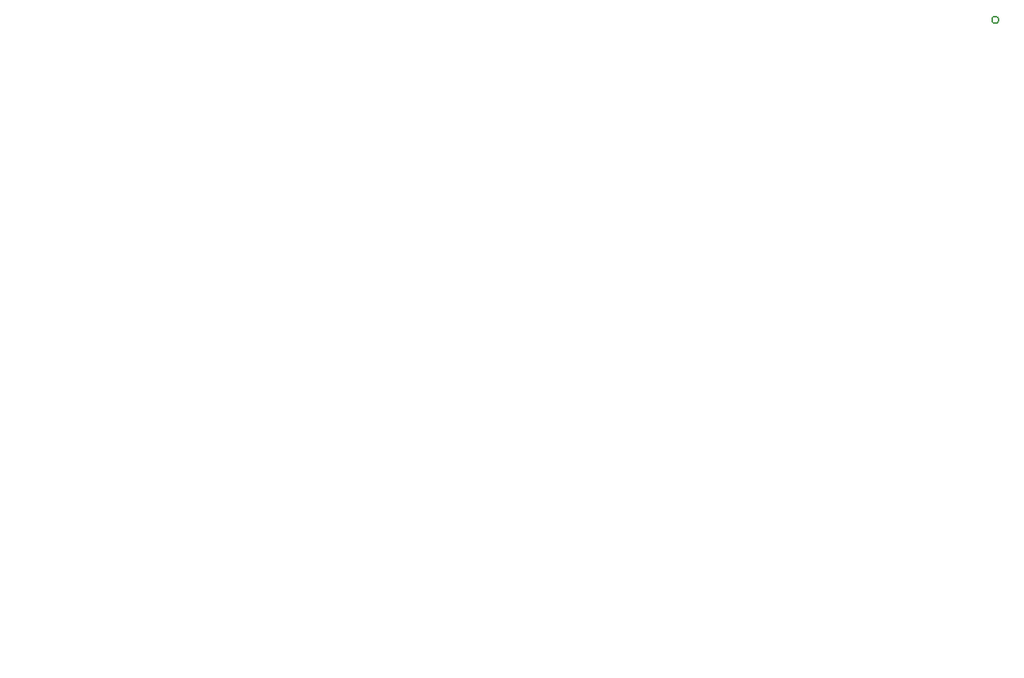
<source format=gbo>
G04 #@! TF.GenerationSoftware,KiCad,Pcbnew,5.1.8-5.1.8*
G04 #@! TF.CreationDate,2022-04-25T14:02:17+03:00*
G04 #@! TF.ProjectId,auris,61757269-732e-46b6-9963-61645f706362,rev?*
G04 #@! TF.SameCoordinates,Original*
G04 #@! TF.FileFunction,Legend,Bot*
G04 #@! TF.FilePolarity,Positive*
%FSLAX46Y46*%
G04 Gerber Fmt 4.6, Leading zero omitted, Abs format (unit mm)*
G04 Created by KiCad (PCBNEW 5.1.8-5.1.8) date 2022-04-25 14:02:17*
%MOMM*%
%LPD*%
G01*
G04 APERTURE LIST*
%ADD10C,0.200000*%
%ADD11C,0.152400*%
%ADD12C,9.102000*%
%ADD13C,9.302000*%
%ADD14O,1.802000X1.802000*%
%ADD15C,1.622000*%
%ADD16C,5.562000*%
%ADD17C,1.802000*%
G04 APERTURE END LIST*
D10*
X61072006Y-165520000D02*
G75*
G03*
X61072006Y-165520000I-2842006J0D01*
G01*
D11*
X159150999Y-100002400D02*
G75*
G03*
X159150999Y-100002400I-381000J0D01*
G01*
%LPC*%
D12*
X27570000Y-32540000D03*
D13*
X58230000Y-165520000D03*
D14*
X126180000Y-158280000D03*
X123640000Y-158280000D03*
X121100000Y-158280000D03*
X118560000Y-158280000D03*
X116020000Y-158280000D03*
G36*
G01*
X114330000Y-159181000D02*
X112630000Y-159181000D01*
G75*
G02*
X112579000Y-159130000I0J51000D01*
G01*
X112579000Y-157430000D01*
G75*
G02*
X112630000Y-157379000I51000J0D01*
G01*
X114330000Y-157379000D01*
G75*
G02*
X114381000Y-157430000I0J-51000D01*
G01*
X114381000Y-159130000D01*
G75*
G02*
X114330000Y-159181000I-51000J0D01*
G01*
G37*
X78645000Y-165500000D03*
X81185000Y-165500000D03*
G36*
G01*
X82875000Y-164599000D02*
X84575000Y-164599000D01*
G75*
G02*
X84626000Y-164650000I0J-51000D01*
G01*
X84626000Y-166350000D01*
G75*
G02*
X84575000Y-166401000I-51000J0D01*
G01*
X82875000Y-166401000D01*
G75*
G02*
X82824000Y-166350000I0J51000D01*
G01*
X82824000Y-164650000D01*
G75*
G02*
X82875000Y-164599000I51000J0D01*
G01*
G37*
X125660000Y-65920000D03*
X128200000Y-65920000D03*
G36*
G01*
X129890000Y-65019000D02*
X131590000Y-65019000D01*
G75*
G02*
X131641000Y-65070000I0J-51000D01*
G01*
X131641000Y-66770000D01*
G75*
G02*
X131590000Y-66821000I-51000J0D01*
G01*
X129890000Y-66821000D01*
G75*
G02*
X129839000Y-66770000I0J51000D01*
G01*
X129839000Y-65070000D01*
G75*
G02*
X129890000Y-65019000I51000J0D01*
G01*
G37*
X145735000Y-126165000D03*
X148275000Y-126165000D03*
G36*
G01*
X149965000Y-125264000D02*
X151665000Y-125264000D01*
G75*
G02*
X151716000Y-125315000I0J-51000D01*
G01*
X151716000Y-127015000D01*
G75*
G02*
X151665000Y-127066000I-51000J0D01*
G01*
X149965000Y-127066000D01*
G75*
G02*
X149914000Y-127015000I0J51000D01*
G01*
X149914000Y-125315000D01*
G75*
G02*
X149965000Y-125264000I51000J0D01*
G01*
G37*
G36*
G01*
X154859000Y-150590000D02*
X154859000Y-148890000D01*
G75*
G02*
X154910000Y-148839000I51000J0D01*
G01*
X156610000Y-148839000D01*
G75*
G02*
X156661000Y-148890000I0J-51000D01*
G01*
X156661000Y-150590000D01*
G75*
G02*
X156610000Y-150641000I-51000J0D01*
G01*
X154910000Y-150641000D01*
G75*
G02*
X154859000Y-150590000I0J51000D01*
G01*
G37*
G36*
G01*
X155911000Y-164950000D02*
X155911000Y-166650000D01*
G75*
G02*
X155860000Y-166701000I-51000J0D01*
G01*
X154160000Y-166701000D01*
G75*
G02*
X154109000Y-166650000I0J51000D01*
G01*
X154109000Y-164950000D01*
G75*
G02*
X154160000Y-164899000I51000J0D01*
G01*
X155860000Y-164899000D01*
G75*
G02*
X155911000Y-164950000I0J-51000D01*
G01*
G37*
X155010000Y-163260000D03*
G36*
G01*
X27814999Y-100764000D02*
X29335001Y-100764000D01*
G75*
G02*
X29386000Y-100814999I0J-50999D01*
G01*
X29386000Y-102335001D01*
G75*
G02*
X29335001Y-102386000I-50999J0D01*
G01*
X27814999Y-102386000D01*
G75*
G02*
X27764000Y-102335001I0J50999D01*
G01*
X27764000Y-100814999D01*
G75*
G02*
X27814999Y-100764000I50999J0D01*
G01*
G37*
D15*
X31115000Y-101575000D03*
X28575000Y-104115000D03*
X31115000Y-104115000D03*
X28575000Y-106655000D03*
X31115000Y-106655000D03*
X28575000Y-109195000D03*
X31115000Y-109195000D03*
X28575000Y-111735000D03*
X31115000Y-111735000D03*
X28575000Y-114275000D03*
X31115000Y-114275000D03*
X28575000Y-116815000D03*
X31115000Y-116815000D03*
X28575000Y-119355000D03*
X31115000Y-119355000D03*
X28575000Y-121895000D03*
X31115000Y-121895000D03*
X28575000Y-124435000D03*
X31115000Y-124435000D03*
D16*
X29595000Y-92685000D03*
D15*
X28575000Y-126975000D03*
X31115000Y-126975000D03*
X28575000Y-129515000D03*
X31115000Y-129515000D03*
X28575000Y-132055000D03*
X31115000Y-132055000D03*
X28575000Y-134595000D03*
X31115000Y-134595000D03*
X28575000Y-137135000D03*
X31115000Y-137135000D03*
X28575000Y-139675000D03*
X31115000Y-139675000D03*
X28575000Y-142215000D03*
X31115000Y-142215000D03*
D16*
X29595000Y-151105000D03*
G36*
G01*
X78486000Y-158626000D02*
X77214000Y-158626000D01*
G75*
G02*
X76949000Y-158361000I0J265000D01*
G01*
X76949000Y-157089000D01*
G75*
G02*
X77214000Y-156824000I265000J0D01*
G01*
X78486000Y-156824000D01*
G75*
G02*
X78751000Y-157089000I0J-265000D01*
G01*
X78751000Y-158361000D01*
G75*
G02*
X78486000Y-158626000I-265000J0D01*
G01*
G37*
D17*
X80390000Y-157725000D03*
X82930000Y-157725000D03*
X77850000Y-155185000D03*
X80390000Y-155185000D03*
X82930000Y-155185000D03*
M02*

</source>
